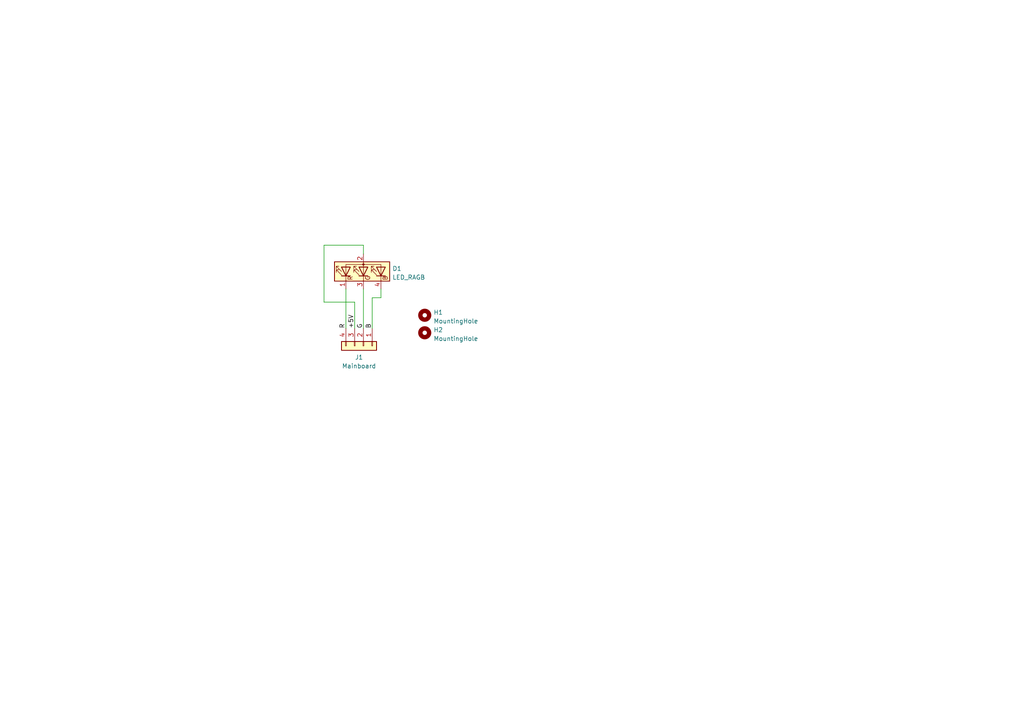
<source format=kicad_sch>
(kicad_sch (version 20211123) (generator eeschema)
  (paper "A4")
  (title_block (title "BloopBox LED-Board") (date "2022-12-01") (rev "1.0") (company "Qetesh"))
  (lib_symbols
    (symbol "Connector_Generic:Conn_01x04" (pin_names (offset 1.016) hide)
      (property "Reference" "J" (at 0 5.08 0))
      (property "Value" "Conn_01x04" (at 0 -7.62 0))
      (symbol "Conn_01x04_1_1"
        (rectangle (start -1.27 -4.953) (end 0 -5.207) (stroke (width 0.1524)))
        (rectangle (start -1.27 -2.413) (end 0 -2.667) (stroke (width 0.1524)))
        (rectangle (start -1.27 0.127) (end 0 -0.127) (stroke (width 0.1524)))
        (rectangle (start -1.27 2.667) (end 0 2.413) (stroke (width 0.1524)))
        (rectangle (start -1.27 3.81) (end 1.27 -6.35) (stroke (width 0.254)) (fill (type background)))
        (pin passive line (at -5.08 2.54 0) (length 3.81) (name "Pin_1") (number "1"))
        (pin passive line (at -5.08 0 0) (length 3.81) (name "Pin_2") (number "2"))
        (pin passive line (at -5.08 -2.54 0) (length 3.81) (name "Pin_3") (number "3"))
        (pin passive line (at -5.08 -5.08 0) (length 3.81) (name "Pin_4") (number "4"))
      )
    )
    (symbol "Device:LED_RAGB" (pin_names (offset 0) hide)
      (property "Reference" "D" (at 0 9.398 0))
      (property "Value" "LED_RAGB" (at 0 -8.89 0))
      (symbol "LED_RAGB_0_0"
        (text "B" (at -1.905 -6.35 0) (effects (font (size 1.27 1.27))))
        (text "G" (at -1.905 -1.27 0) (effects (font (size 1.27 1.27))))
        (text "R" (at -1.905 3.81 0) (effects (font (size 1.27 1.27))))
      )
      (symbol "LED_RAGB_0_1"
        (polyline (pts (xy -1.27 -5.08) (xy -2.54 -5.08)))
        (polyline (pts (xy -1.27 -5.08) (xy 1.27 -5.08)))
        (polyline (pts (xy -1.27 -3.81) (xy -1.27 -6.35)) (stroke (width 0.254)))
        (polyline (pts (xy -1.27 0) (xy -2.54 0)))
        (polyline (pts (xy -1.27 1.27) (xy -1.27 -1.27)) (stroke (width 0.254)))
        (polyline (pts (xy -1.27 5.08) (xy -2.54 5.08)))
        (polyline (pts (xy -1.27 5.08) (xy 1.27 5.08)))
        (polyline (pts (xy -1.27 6.35) (xy -1.27 3.81)) (stroke (width 0.254)))
        (polyline (pts (xy 1.27 0) (xy -1.27 0)))
        (polyline (pts (xy 1.27 0) (xy 2.54 0)))
        (polyline (pts (xy -1.27 1.27) (xy -1.27 -1.27) (xy -1.27 -1.27)))
        (polyline (pts (xy -1.27 6.35) (xy -1.27 3.81) (xy -1.27 3.81)))
        (polyline (pts (xy 1.27 -5.08) (xy 2.032 -5.08) (xy 2.032 5.08) (xy 1.27 5.08)))
        (polyline (pts (xy 1.27 -3.81) (xy 1.27 -6.35) (xy -1.27 -5.08) (xy 1.27 -3.81)) (stroke (width 0.254)))
        (polyline (pts (xy 1.27 1.27) (xy 1.27 -1.27) (xy -1.27 0) (xy 1.27 1.27)) (stroke (width 0.254)))
        (polyline (pts (xy 1.27 6.35) (xy 1.27 3.81) (xy -1.27 5.08) (xy 1.27 6.35)) (stroke (width 0.254)))
        (polyline (pts (xy -1.016 -3.81) (xy 0.508 -2.286) (xy -0.254 -2.286) (xy 0.508 -2.286) (xy 0.508 -3.048)))
        (polyline (pts (xy -1.016 1.27) (xy 0.508 2.794) (xy -0.254 2.794) (xy 0.508 2.794) (xy 0.508 2.032)))
        (polyline (pts (xy -1.016 6.35) (xy 0.508 7.874) (xy -0.254 7.874) (xy 0.508 7.874) (xy 0.508 7.112)))
        (polyline (pts (xy 0 -3.81) (xy 1.524 -2.286) (xy 0.762 -2.286) (xy 1.524 -2.286) (xy 1.524 -3.048)))
        (polyline (pts (xy 0 1.27) (xy 1.524 2.794) (xy 0.762 2.794) (xy 1.524 2.794) (xy 1.524 2.032)))
        (polyline (pts (xy 0 6.35) (xy 1.524 7.874) (xy 0.762 7.874) (xy 1.524 7.874) (xy 1.524 7.112)))
        (rectangle (start 1.27 -1.27) (end 1.27 1.27))
        (rectangle (start 1.27 1.27) (end 1.27 1.27))
        (rectangle (start 1.27 3.81) (end 1.27 6.35))
        (rectangle (start 1.27 6.35) (end 1.27 6.35))
        (circle (center 2.032 0) (radius 0.254) (fill (type outline)))
        (rectangle (start 2.794 8.382) (end -2.794 -7.62) (stroke (width 0.254)) (fill (type background)))
      )
      (symbol "LED_RAGB_1_1"
        (pin passive line (at -5.08 5.08 0) (length 2.54) (name "RK") (number "1"))
        (pin passive line (at 5.08 0 180) (length 2.54) (name "A") (number "2"))
        (pin passive line (at -5.08 0 0) (length 2.54) (name "GK") (number "3"))
        (pin passive line (at -5.08 -5.08 0) (length 2.54) (name "BK") (number "4"))
      )
    )
    (symbol "Mechanical:MountingHole" (pin_names (offset 1.016))
      (property "Reference" "H" (at 0 5.08 0))
      (property "Value" "MountingHole" (at 0 3.175 0))
      (symbol "MountingHole_0_1"
        (circle (center 0 0) (radius 1.27) (stroke (width 1.27)))
      )
    )
  )
  (wire (pts (xy 102.87 87.63) (xy 102.87 95.25)))
  (wire (pts (xy 100.33 83.82) (xy 100.33 95.25)))
  (wire (pts (xy 110.49 83.82) (xy 110.49 86.36)))
  (wire (pts (xy 105.41 71.12) (xy 105.41 73.66)))
  (wire (pts (xy 93.98 87.63) (xy 102.87 87.63)))
  (wire (pts (xy 107.95 86.36) (xy 107.95 95.25)))
  (wire (pts (xy 93.98 71.12) (xy 93.98 87.63)))
  (wire (pts (xy 110.49 86.36) (xy 107.95 86.36)))
  (wire (pts (xy 105.41 83.82) (xy 105.41 95.25)))
  (wire (pts (xy 105.41 71.12) (xy 93.98 71.12)))
  (label "B" (at 107.95 95.25 90))
  (label "R" (at 100.33 95.25 90))
  (label "G" (at 105.41 95.25 90))
  (label "+5V" (at 102.87 95.25 90))
  (symbol (lib_id "Device:LED_RAGB") (at 105.41 78.74 90) (unit 1)
    (property "Reference" "D1" (at 113.792 77.9053 90) (effects (justify right)))
    (property "Value" "LED_RAGB" (at 113.792 80.4422 90) (effects (justify right)))
    (property "Footprint" "LED_THT:LED_D5.0mm-4_RGB_Staggered_Pins" (effects hide))
  )
  (symbol (lib_id "Mechanical:MountingHole") (at 123.19 91.44 0) (unit 1)
    (property "Reference" "H1" (at 125.73 90.6053 0) (effects (justify left)))
    (property "Value" "MountingHole" (at 125.73 93.1422 0) (effects (justify left)))
    (property "Footprint" "MountingHole:MountingHole_3.2mm_M3_Pad" (effects hide))
  )
  (symbol (lib_id "Connector_Generic:Conn_01x04") (at 105.41 100.33 270) (unit 1)
    (property "Reference" "J1" (at 104.14 103.6304 90))
    (property "Value" "Mainboard" (at 104.14 106.1673 90))
    (property "Footprint" "Connector_JST:JST_PH_S4B-PH-K_1x04_P2.00mm_Horizontal" (effects hide))
  )
  (symbol (lib_id "Mechanical:MountingHole") (at 123.19 96.52 0) (unit 1)
    (property "Reference" "H2" (at 125.73 95.6853 0) (effects (justify left)))
    (property "Value" "MountingHole" (at 125.73 98.2222 0) (effects (justify left)))
    (property "Footprint" "MountingHole:MountingHole_3.2mm_M3_Pad" (effects hide))
  )
)
</source>
